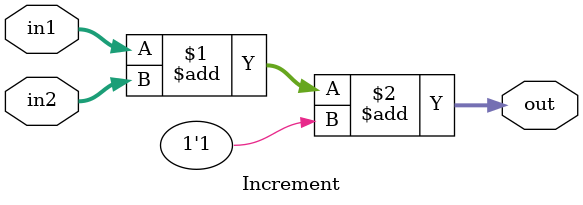
<source format=v>
`timescale 1ns / 1ns
module Increment(
    input [31:0] in1,
    input [31:0] in2,
    output [31:0] out
   );

    assign out = in1 + in2 + 1'b1;

endmodule

</source>
